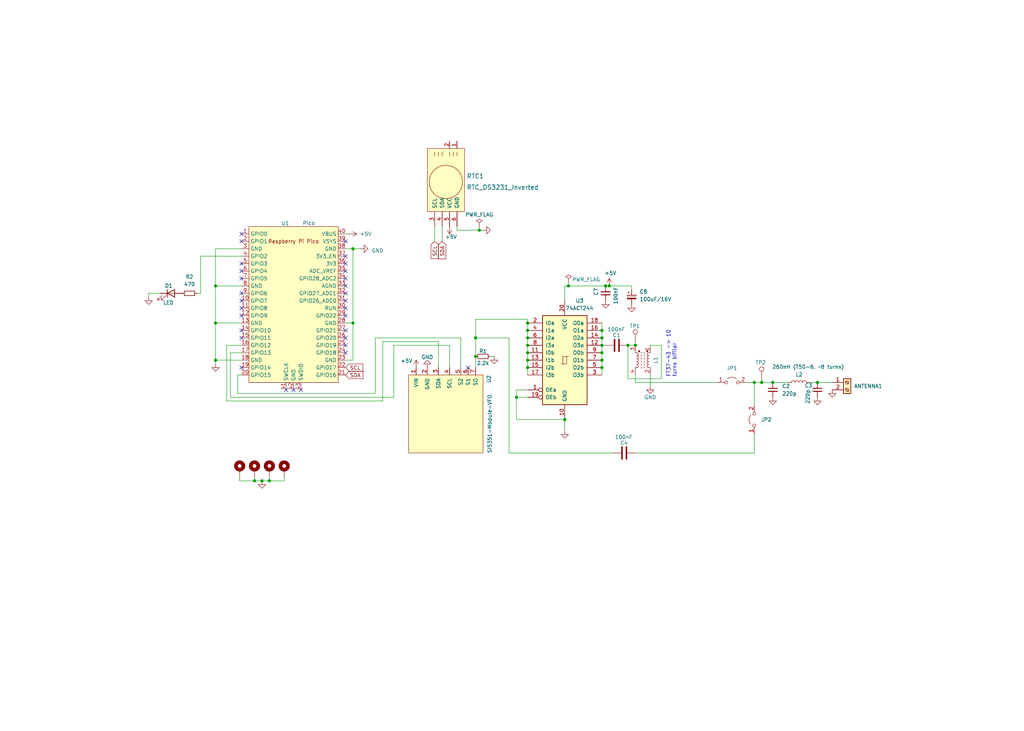
<source format=kicad_sch>
(kicad_sch (version 20221206) (generator eeschema)
  (paper "User" 350.012 250.012)
  (title_block (title "Minimal, reliable, cheap WSPR + FT8 beacon - \"Rogue Radio v2\"") (date "2022-12-05") (rev "V0.2") (company "Dhiru Kholia (VU3CER)"))
  (lib_symbols
    (symbol "74xx:74LS244" (pin_names (offset 1.016))
      (property "Reference" "U" (at -7.62 16.51 0))
      (property "Value" "74LS244" (at -7.62 -16.51 0))
      (symbol "74LS244_1_0"
        (polyline (pts (xy -0.635 -1.27) (xy -0.635 1.27) (xy 0.635 1.27)))
        (polyline (pts (xy -1.27 -1.27) (xy 0.635 -1.27) (xy 0.635 1.27) (xy 1.27 1.27)))
        (pin input inverted (at -12.7 -10.16 0) (length 5.08) (name "OEa") (number "1"))
        (pin power_in line (at 0 -20.32 90) (length 5.08) (name "GND") (number "10"))
        (pin input line (at -12.7 2.54 0) (length 5.08) (name "I0b") (number "11"))
        (pin tri_state line (at 12.7 5.08 180) (length 5.08) (name "O3a") (number "12"))
        (pin input line (at -12.7 0 0) (length 5.08) (name "I1b") (number "13"))
        (pin tri_state line (at 12.7 7.62 180) (length 5.08) (name "O2a") (number "14"))
        (pin input line (at -12.7 -2.54 0) (length 5.08) (name "I2b") (number "15"))
        (pin tri_state line (at 12.7 10.16 180) (length 5.08) (name "O1a") (number "16"))
        (pin input line (at -12.7 -5.08 0) (length 5.08) (name "I3b") (number "17"))
        (pin tri_state line (at 12.7 12.7 180) (length 5.08) (name "O0a") (number "18"))
        (pin input inverted (at -12.7 -12.7 0) (length 5.08) (name "OEb") (number "19"))
        (pin input line (at -12.7 12.7 0) (length 5.08) (name "I0a") (number "2"))
        (pin power_in line (at 0 20.32 270) (length 5.08) (name "VCC") (number "20"))
        (pin tri_state line (at 12.7 -5.08 180) (length 5.08) (name "O3b") (number "3"))
        (pin input line (at -12.7 10.16 0) (length 5.08) (name "I1a") (number "4"))
        (pin tri_state line (at 12.7 -2.54 180) (length 5.08) (name "O2b") (number "5"))
        (pin input line (at -12.7 7.62 0) (length 5.08) (name "I2a") (number "6"))
        (pin tri_state line (at 12.7 0 180) (length 5.08) (name "O1b") (number "7"))
        (pin input line (at -12.7 5.08 0) (length 5.08) (name "I3a") (number "8"))
        (pin tri_state line (at 12.7 2.54 180) (length 5.08) (name "O0b") (number "9"))
      )
      (symbol "74LS244_1_1"
        (rectangle (start -7.62 15.24) (end 7.62 -15.24) (stroke (width 0.254)) (fill (type background)))
      )
    )
    (symbol "Connector:Screw_Terminal_01x02" (pin_names (offset 1.016) hide)
      (property "Reference" "J" (at 0 2.54 0))
      (property "Value" "Screw_Terminal_01x02" (at 0 -5.08 0))
      (symbol "Screw_Terminal_01x02_1_1"
        (rectangle (start -1.27 1.27) (end 1.27 -3.81) (stroke (width 0.254)) (fill (type background)))
        (circle (center 0 -2.54) (radius 0.635) (stroke (width 0.1524)))
        (polyline (pts (xy -0.5334 -2.2098) (xy 0.3302 -3.048)) (stroke (width 0.1524)))
        (polyline (pts (xy -0.5334 0.3302) (xy 0.3302 -0.508)) (stroke (width 0.1524)))
        (polyline (pts (xy -0.3556 -2.032) (xy 0.508 -2.8702)) (stroke (width 0.1524)))
        (polyline (pts (xy -0.3556 0.508) (xy 0.508 -0.3302)) (stroke (width 0.1524)))
        (circle (center 0 0) (radius 0.635) (stroke (width 0.1524)))
        (pin passive line (at -5.08 0 0) (length 3.81) (name "Pin_1") (number "1"))
        (pin passive line (at -5.08 -2.54 0) (length 3.81) (name "Pin_2") (number "2"))
      )
    )
    (symbol "Connector:TestPoint" (pin_numbers hide) (pin_names (offset 0.762) hide)
      (property "Reference" "TP" (at 0 6.858 0))
      (property "Value" "TestPoint" (at 0 5.08 0))
      (symbol "TestPoint_0_1"
        (circle (center 0 3.302) (radius 0.762))
      )
      (symbol "TestPoint_1_1"
        (pin passive line (at 0 0 90) (length 2.54) (name "1") (number "1"))
      )
    )
    (symbol "Control-Board-rescue:SI5351Module_2-VFO-SDR_SSB-rescue-Hack-v1-rescue" (pin_names (offset 1.016))
      (property "Reference" "U" (at 0 0 0))
      (property "Value" "SI5351Module_2-VFO-SDR_SSB-rescue-Hack-v1-rescue" (at 0 0 0))
      (symbol "SI5351Module_2-VFO-SDR_SSB-rescue-Hack-v1-rescue_0_1"
        (rectangle (start -12.7 12.7) (end 13.97 -12.7) (fill (type background)))
      )
      (symbol "SI5351Module_2-VFO-SDR_SSB-rescue-Hack-v1-rescue_1_1"
        (pin input line (at -15.24 -10.16 0) (length 2.54) (name "VIN") (number "1"))
        (pin input line (at -15.24 -6.35 0) (length 2.54) (name "GND") (number "2"))
        (pin input line (at -15.24 -2.54 0) (length 2.54) (name "SDA") (number "3"))
        (pin input line (at -15.24 1.27 0) (length 2.54) (name "SCL") (number "4"))
        (pin output line (at -15.24 5.08 0) (length 2.54) (name "S2") (number "5"))
        (pin output line (at -15.24 7.62 0) (length 2.54) (name "S1") (number "6"))
        (pin output line (at -15.24 10.16 0) (length 2.54) (name "SO") (number "7"))
      )
    )
    (symbol "Device:C" (pin_numbers hide) (pin_names (offset 0.254))
      (property "Reference" "C" (at 0.635 2.54 0))
      (property "Value" "C" (at 0.635 -2.54 0))
      (symbol "C_0_1"
        (polyline (pts (xy -2.032 -0.762) (xy 2.032 -0.762)) (stroke (width 0.508)))
        (polyline (pts (xy -2.032 0.762) (xy 2.032 0.762)) (stroke (width 0.508)))
      )
      (symbol "C_1_1"
        (pin passive line (at 0 3.81 270) (length 2.794) (name "~") (number "1"))
        (pin passive line (at 0 -3.81 90) (length 2.794) (name "~") (number "2"))
      )
    )
    (symbol "Device:C_Polarized_Small" (pin_numbers hide) (pin_names (offset 0.254) hide)
      (property "Reference" "C" (at 0.254 1.778 0))
      (property "Value" "C_Polarized_Small" (at 0.254 -2.032 0))
      (symbol "C_Polarized_Small_0_1"
        (rectangle (start -1.524 -0.3048) (end 1.524 -0.6858) (fill (type outline)))
        (rectangle (start -1.524 0.6858) (end 1.524 0.3048))
        (polyline (pts (xy -1.27 1.524) (xy -0.762 1.524)))
        (polyline (pts (xy -1.016 1.27) (xy -1.016 1.778)))
      )
      (symbol "C_Polarized_Small_1_1"
        (pin passive line (at 0 2.54 270) (length 1.8542) (name "~") (number "1"))
        (pin passive line (at 0 -2.54 90) (length 1.8542) (name "~") (number "2"))
      )
    )
    (symbol "Device:C_Small" (pin_numbers hide) (pin_names (offset 0.254) hide)
      (property "Reference" "C" (at 0.254 1.778 0))
      (property "Value" "C_Small" (at 0.254 -2.032 0))
      (symbol "C_Small_0_1"
        (polyline (pts (xy -1.524 -0.508) (xy 1.524 -0.508)) (stroke (width 0.3302)))
        (polyline (pts (xy -1.524 0.508) (xy 1.524 0.508)) (stroke (width 0.3048)))
      )
      (symbol "C_Small_1_1"
        (pin passive line (at 0 2.54 270) (length 2.032) (name "~") (number "1"))
        (pin passive line (at 0 -2.54 90) (length 2.032) (name "~") (number "2"))
      )
    )
    (symbol "Device:L" (pin_numbers hide) (pin_names (offset 1.016) hide)
      (property "Reference" "L" (at -1.27 0 90))
      (property "Value" "L" (at 1.905 0 90))
      (symbol "L_0_1"
        (arc (start 0 -2.54) (mid 0.6323 -1.905) (end 0 -1.27))
        (arc (start 0 -1.27) (mid 0.6323 -0.635) (end 0 0))
        (arc (start 0 0) (mid 0.6323 0.635) (end 0 1.27))
        (arc (start 0 1.27) (mid 0.6323 1.905) (end 0 2.54))
      )
      (symbol "L_1_1"
        (pin passive line (at 0 3.81 270) (length 1.27) (name "1") (number "1"))
        (pin passive line (at 0 -3.81 90) (length 1.27) (name "2") (number "2"))
      )
    )
    (symbol "Device:LED" (pin_numbers hide) (pin_names (offset 1.016) hide)
      (property "Reference" "D" (at 0 2.54 0))
      (property "Value" "LED" (at 0 -2.54 0))
      (symbol "LED_0_1"
        (polyline (pts (xy -1.27 -1.27) (xy -1.27 1.27)) (stroke (width 0.254)))
        (polyline (pts (xy -1.27 0) (xy 1.27 0)))
        (polyline (pts (xy 1.27 -1.27) (xy 1.27 1.27) (xy -1.27 0) (xy 1.27 -1.27)) (stroke (width 0.254)))
        (polyline (pts (xy -3.048 -0.762) (xy -4.572 -2.286) (xy -3.81 -2.286) (xy -4.572 -2.286) (xy -4.572 -1.524)))
        (polyline (pts (xy -1.778 -0.762) (xy -3.302 -2.286) (xy -2.54 -2.286) (xy -3.302 -2.286) (xy -3.302 -1.524)))
      )
      (symbol "LED_1_1"
        (pin passive line (at -3.81 0 0) (length 2.54) (name "K") (number "1"))
        (pin passive line (at 3.81 0 180) (length 2.54) (name "A") (number "2"))
      )
    )
    (symbol "Device:L_Ferrite_Coupled" (pin_names (offset 0.254) hide)
      (property "Reference" "L" (at 0 4.445 0))
      (property "Value" "L_Ferrite_Coupled" (at 0 -4.445 0))
      (symbol "L_Ferrite_Coupled_0_1"
        (circle (center -3.048 -1.27) (radius 0.254) (fill (type outline)))
        (circle (center -3.048 1.524) (radius 0.254) (fill (type outline)))
        (arc (start -2.54 2.032) (mid -2.032 1.5262) (end -1.524 2.032))
        (arc (start -1.524 -2.032) (mid -2.032 -1.5262) (end -2.54 -2.032))
        (arc (start -1.524 2.032) (mid -1.016 1.5262) (end -0.508 2.032))
        (arc (start -0.508 -2.032) (mid -1.016 -1.5262) (end -1.524 -2.032))
        (arc (start -0.508 2.032) (mid 0 1.5262) (end 0.508 2.032))
        (polyline (pts (xy -2.794 -0.508) (xy -2.286 -0.508)))
        (polyline (pts (xy -2.794 0.508) (xy -2.286 0.508)))
        (polyline (pts (xy -2.54 -2.032) (xy -2.54 -2.54)))
        (polyline (pts (xy -2.54 2.032) (xy -2.54 2.54)))
        (polyline (pts (xy -1.778 -0.508) (xy -1.27 -0.508)))
        (polyline (pts (xy -1.778 0.508) (xy -1.27 0.508)))
        (polyline (pts (xy -0.762 -0.508) (xy -0.254 -0.508)))
        (polyline (pts (xy -0.762 0.508) (xy -0.254 0.508)))
        (polyline (pts (xy 0.254 -0.508) (xy 0.762 -0.508)))
        (polyline (pts (xy 0.254 0.508) (xy 0.762 0.508)))
        (polyline (pts (xy 1.27 -0.508) (xy 1.778 -0.508)))
        (polyline (pts (xy 1.27 0.508) (xy 1.778 0.508)))
        (polyline (pts (xy 2.286 -0.508) (xy 2.794 -0.508)))
        (polyline (pts (xy 2.286 0.508) (xy 2.794 0.508)))
        (polyline (pts (xy 2.54 -2.032) (xy 2.54 -2.54)))
        (polyline (pts (xy 2.54 2.54) (xy 2.54 2.032)))
        (arc (start 0.508 -2.032) (mid 0 -1.5262) (end -0.508 -2.032))
        (arc (start 0.508 2.032) (mid 1.016 1.5262) (end 1.524 2.032))
        (arc (start 1.524 -2.032) (mid 1.016 -1.5262) (end 0.508 -2.032))
        (arc (start 1.524 2.032) (mid 2.032 1.5262) (end 2.54 2.032))
        (arc (start 2.54 -2.032) (mid 2.032 -1.5262) (end 1.524 -2.032))
      )
      (symbol "L_Ferrite_Coupled_1_1"
        (pin passive line (at -5.08 2.54 0) (length 2.54) (name "1") (number "1"))
        (pin passive line (at 5.08 2.54 180) (length 2.54) (name "2") (number "2"))
        (pin passive line (at -5.08 -2.54 0) (length 2.54) (name "3") (number "3"))
        (pin passive line (at 5.08 -2.54 180) (length 2.54) (name "4") (number "4"))
      )
    )
    (symbol "Device:R_Small" (pin_numbers hide) (pin_names (offset 0.254) hide)
      (property "Reference" "R" (at 0.762 0.508 0))
      (property "Value" "R_Small" (at 0.762 -1.016 0))
      (symbol "R_Small_0_1"
        (rectangle (start -0.762 1.778) (end 0.762 -1.778) (stroke (width 0.2032)))
      )
      (symbol "R_Small_1_1"
        (pin passive line (at 0 2.54 270) (length 0.762) (name "~") (number "1"))
        (pin passive line (at 0 -2.54 90) (length 0.762) (name "~") (number "2"))
      )
    )
    (symbol "Jumper:Jumper_2_Open" (pin_names (offset 0) hide)
      (property "Reference" "JP" (at 0 2.794 0))
      (property "Value" "Jumper_2_Open" (at 0 -2.286 0))
      (symbol "Jumper_2_Open_0_0"
        (circle (center -2.032 0) (radius 0.508))
        (circle (center 2.032 0) (radius 0.508))
      )
      (symbol "Jumper_2_Open_0_1"
        (arc (start 1.524 1.27) (mid 0 1.778) (end -1.524 1.27))
      )
      (symbol "Jumper_2_Open_1_1"
        (pin passive line (at -5.08 0 0) (length 2.54) (name "A") (number "1"))
        (pin passive line (at 5.08 0 180) (length 2.54) (name "B") (number "2"))
      )
    )
    (symbol "Mechanical:MountingHole_Pad" (pin_numbers hide) (pin_names (offset 1.016) hide)
      (property "Reference" "H" (at 0 6.35 0))
      (property "Value" "MountingHole_Pad" (at 0 4.445 0))
      (symbol "MountingHole_Pad_0_1"
        (circle (center 0 1.27) (radius 1.27) (stroke (width 1.27)))
      )
      (symbol "MountingHole_Pad_1_1"
        (pin input line (at 0 -2.54 90) (length 2.54) (name "1") (number "1"))
      )
    )
    (symbol "pico_fixed:Pico"
      (property "Reference" "U1" (at 0 31.242 0))
      (property "Value" "Pico" (at 0 28.702 0))
      (symbol "Pico_0_0"
        (text "Raspberry Pi Pico" (at 0 21.59 0) (effects (font (size 1.27 1.27))))
      )
      (symbol "Pico_0_1"
        (rectangle (start -15.24 26.67) (end 15.24 -26.67) (fill (type background)))
      )
      (symbol "Pico_1_1"
        (pin bidirectional line (at -17.78 24.13 0) (length 2.54) (name "GPIO0") (number "1"))
        (pin bidirectional line (at -17.78 1.27 0) (length 2.54) (name "GPIO7") (number "10"))
        (pin bidirectional line (at -17.78 -1.27 0) (length 2.54) (name "GPIO8") (number "11"))
        (pin bidirectional line (at -17.78 -3.81 0) (length 2.54) (name "GPIO9") (number "12"))
        (pin power_in line (at -17.78 -6.35 0) (length 2.54) (name "GND") (number "13"))
        (pin bidirectional line (at -17.78 -8.89 0) (length 2.54) (name "GPIO10") (number "14"))
        (pin bidirectional line (at -17.78 -11.43 0) (length 2.54) (name "GPIO11") (number "15"))
        (pin bidirectional line (at -17.78 -13.97 0) (length 2.54) (name "GPIO12") (number "16"))
        (pin bidirectional line (at -17.78 -16.51 0) (length 2.54) (name "GPIO13") (number "17"))
        (pin power_in line (at -17.78 -19.05 0) (length 2.54) (name "GND") (number "18"))
        (pin bidirectional line (at -17.78 -21.59 0) (length 2.54) (name "GPIO14") (number "19"))
        (pin bidirectional line (at -17.78 21.59 0) (length 2.54) (name "GPIO1") (number "2"))
        (pin bidirectional line (at -17.78 -24.13 0) (length 2.54) (name "GPIO15") (number "20"))
        (pin bidirectional line (at 17.78 -24.13 180) (length 2.54) (name "GPIO16") (number "21"))
        (pin bidirectional line (at 17.78 -21.59 180) (length 2.54) (name "GPIO17") (number "22"))
        (pin power_in line (at 17.78 -19.05 180) (length 2.54) (name "GND") (number "23"))
        (pin bidirectional line (at 17.78 -16.51 180) (length 2.54) (name "GPIO18") (number "24"))
        (pin bidirectional line (at 17.78 -13.97 180) (length 2.54) (name "GPIO19") (number "25"))
        (pin bidirectional line (at 17.78 -11.43 180) (length 2.54) (name "GPIO20") (number "26"))
        (pin bidirectional line (at 17.78 -8.89 180) (length 2.54) (name "GPIO21") (number "27"))
        (pin power_in line (at 17.78 -6.35 180) (length 2.54) (name "GND") (number "28"))
        (pin bidirectional line (at 17.78 -3.81 180) (length 2.54) (name "GPIO22") (number "29"))
        (pin power_in line (at -17.78 19.05 0) (length 2.54) (name "GND") (number "3"))
        (pin input line (at 17.78 -1.27 180) (length 2.54) (name "RUN") (number "30"))
        (pin bidirectional line (at 17.78 1.27 180) (length 2.54) (name "GPIO26_ADC0") (number "31"))
        (pin bidirectional line (at 17.78 3.81 180) (length 2.54) (name "GPIO27_ADC1") (number "32"))
        (pin power_in line (at 17.78 6.35 180) (length 2.54) (name "AGND") (number "33"))
        (pin bidirectional line (at 17.78 8.89 180) (length 2.54) (name "GPIO28_ADC2") (number "34"))
        (pin power_in line (at 17.78 11.43 180) (length 2.54) (name "ADC_VREF") (number "35"))
        (pin power_in line (at 17.78 13.97 180) (length 2.54) (name "3V3") (number "36"))
        (pin input line (at 17.78 16.51 180) (length 2.54) (name "3V3_EN") (number "37"))
        (pin power_in line (at 17.78 19.05 180) (length 2.54) (name "GND") (number "38"))
        (pin power_in line (at 17.78 21.59 180) (length 2.54) (name "VSYS") (number "39"))
        (pin bidirectional line (at -17.78 16.51 0) (length 2.54) (name "GPIO2") (number "4"))
        (pin power_in line (at 17.78 24.13 180) (length 2.54) (name "VBUS") (number "40"))
        (pin input line (at -2.54 -29.21 90) (length 2.54) (name "SWCLK") (number "41"))
        (pin power_in line (at 0 -29.21 90) (length 2.54) (name "GND") (number "42"))
        (pin bidirectional line (at 2.54 -29.21 90) (length 2.54) (name "SWDIO") (number "43"))
        (pin bidirectional line (at -17.78 13.97 0) (length 2.54) (name "GPIO3") (number "5"))
        (pin bidirectional line (at -17.78 11.43 0) (length 2.54) (name "GPIO4") (number "6"))
        (pin bidirectional line (at -17.78 8.89 0) (length 2.54) (name "GPIO5") (number "7"))
        (pin power_in line (at -17.78 6.35 0) (length 2.54) (name "GND") (number "8"))
        (pin bidirectional line (at -17.78 3.81 0) (length 2.54) (name "GPIO6") (number "9"))
      )
    )
    (symbol "power:+5V" (power) (pin_names (offset 0))
      (property "Value" "+5V" (at 0 3.556 0))
      (symbol "+5V_0_1"
        (polyline (pts (xy -0.762 1.27) (xy 0 2.54)))
        (polyline (pts (xy 0 0) (xy 0 2.54)))
        (polyline (pts (xy 0 2.54) (xy 0.762 1.27)))
      )
      (symbol "+5V_1_1"
        (pin power_in line (at 0 0 90) (length 0) hide (name "+5V") (number "1"))
      )
    )
    (symbol "power:GND" (power) (pin_names (offset 0))
      (property "Value" "GND" (at 0 -3.81 0))
      (symbol "GND_0_1"
        (polyline (pts (xy 0 0) (xy 0 -1.27) (xy 1.27 -1.27) (xy 0 -2.54) (xy -1.27 -1.27) (xy 0 -1.27)))
      )
      (symbol "GND_1_1"
        (pin power_in line (at 0 0 270) (length 0) hide (name "GND") (number "1"))
      )
    )
    (symbol "power:PWR_FLAG" (power) (pin_numbers hide) (pin_names (offset 0) hide)
      (property "Value" "PWR_FLAG" (at 0 3.81 0))
      (symbol "PWR_FLAG_0_0"
        (pin power_out line (at 0 0 90) (length 0) (name "pwr") (number "1"))
      )
      (symbol "PWR_FLAG_0_1"
        (polyline (pts (xy 0 0) (xy 0 1.27) (xy -1.016 1.905) (xy 0 2.54) (xy 1.016 1.905) (xy 0 1.27)))
      )
    )
    (symbol "rtc_ds3231_inverted:RTC_DS3231_Inverted" (pin_names (offset 1.016))
      (property "Reference" "RTC1" (at -6.6548 -2.0828 0))
      (property "Value" "RTC_DS3231" (at 9.1694 -5.6134 0))
      (symbol "RTC_DS3231_Inverted_0_1"
        (rectangle (start -11.43 7.62) (end 10.16 -5.08) (fill (type background)))
        (polyline (pts (xy -10.16 -2.54) (xy -8.89 -2.54)))
        (polyline (pts (xy -10.16 -1.27) (xy -8.89 -1.27)))
        (polyline (pts (xy -10.16 0) (xy -8.89 0)))
        (polyline (pts (xy -10.16 2.54) (xy -8.89 2.54)))
        (polyline (pts (xy -10.16 3.81) (xy -8.89 3.81)))
        (polyline (pts (xy -10.16 5.08) (xy -8.89 5.08)))
        (circle (center 0 1.27) (radius 5.6896))
      )
      (symbol "RTC_DS3231_Inverted_1_1"
        (pin free line (at -13.97 5.08 0) (length 2.54) (name "") (number "1"))
        (pin free line (at -13.97 2.54 0) (length 2.54) (name "") (number "2"))
        (pin input line (at 15.24 -2.54 180) (length 5.08) (name "SCL") (number "3"))
        (pin bidirectional line (at 15.24 0 180) (length 5.08) (name "SDA") (number "4"))
        (pin power_in line (at 15.24 2.54 180) (length 5.08) (name "VCC") (number "5"))
        (pin power_in line (at 15.24 5.08 180) (length 5.08) (name "GND") (number "6"))
      )
    )
  )
  (junction (at 207.01 97.79))
  (junction (at 73.66 123.19))
  (junction (at 205.74 113.03))
  (junction (at 194.31 97.79))
  (junction (at 205.74 120.65))
  (junction (at 162.56 115.57))
  (junction (at 180.34 125.73))
  (junction (at 163.83 78.74))
  (junction (at 180.34 115.57))
  (junction (at 86.995 164.465))
  (junction (at 120.65 110.49))
  (junction (at 208.28 97.79))
  (junction (at 214.63 118.11))
  (junction (at 89.535 164.465))
  (junction (at 205.74 115.57))
  (junction (at 193.04 143.51))
  (junction (at 205.74 123.19))
  (junction (at 205.74 125.73))
  (junction (at 180.34 123.19))
  (junction (at 73.66 110.49))
  (junction (at 279.4 130.81))
  (junction (at 180.34 110.49))
  (junction (at 180.34 118.11))
  (junction (at 260.35 130.81))
  (junction (at 257.81 130.81))
  (junction (at 92.075 164.465))
  (junction (at 180.34 113.03))
  (junction (at 217.17 118.11))
  (junction (at 73.66 97.79))
  (junction (at 180.34 120.65))
  (junction (at 120.65 85.09))
  (junction (at 176.53 135.89))
  (junction (at 264.16 130.81))
  (junction (at 205.74 118.11))
  (junction (at 162.56 121.92))
  (no_connect (at 82.55 105.41))
  (no_connect (at 118.11 82.55))
  (no_connect (at 118.11 87.63))
  (no_connect (at 118.11 90.17))
  (no_connect (at 118.11 92.71))
  (no_connect (at 118.11 95.25))
  (no_connect (at 118.11 100.33))
  (no_connect (at 118.11 102.87))
  (no_connect (at 118.11 105.41))
  (no_connect (at 118.11 107.95))
  (no_connect (at 118.11 97.79))
  (no_connect (at 82.55 107.95))
  (no_connect (at 102.87 133.35))
  (no_connect (at 82.55 80.01))
  (no_connect (at 82.55 100.33))
  (no_connect (at 82.55 95.25))
  (no_connect (at 82.55 102.87))
  (no_connect (at 100.33 133.35))
  (no_connect (at 82.55 113.03))
  (no_connect (at 82.55 125.73))
  (no_connect (at 118.11 118.11))
  (no_connect (at 118.11 115.57))
  (no_connect (at 118.11 113.03))
  (no_connect (at 118.11 120.65))
  (no_connect (at 82.55 115.57))
  (no_connect (at 97.79 133.35))
  (no_connect (at 160.02 125.73))
  (no_connect (at 82.55 82.55))
  (no_connect (at 82.55 90.17))
  (no_connect (at 82.55 92.71))
  (wire (pts (xy 205.74 118.11) (xy 205.74 120.65)))
  (wire (pts (xy 73.66 110.49) (xy 82.55 110.49)))
  (wire (pts (xy 167.64 121.92) (xy 168.91 121.92)))
  (wire (pts (xy 180.34 123.19) (xy 180.34 125.73)))
  (wire (pts (xy 257.81 130.81) (xy 260.35 130.81)))
  (wire (pts (xy 205.74 110.49) (xy 205.74 113.03)))
  (wire (pts (xy 120.65 85.09) (xy 123.19 85.09)))
  (wire (pts (xy 180.34 109.22) (xy 162.56 109.22)))
  (wire (pts (xy 120.65 123.19) (xy 118.11 123.19)))
  (wire (pts (xy 264.16 130.81) (xy 269.24 130.81)))
  (wire (pts (xy 81.28 134.62) (xy 128.27 134.62)))
  (wire (pts (xy 92.075 164.465) (xy 97.155 164.465)))
  (wire (pts (xy 128.27 115.57) (xy 128.27 134.62)))
  (wire (pts (xy 205.74 125.73) (xy 205.74 123.19)))
  (wire (pts (xy 205.74 115.57) (xy 205.74 118.11)))
  (wire (pts (xy 193.04 97.79) (xy 194.31 97.79)))
  (wire (pts (xy 73.66 85.09) (xy 73.66 97.79)))
  (wire (pts (xy 165.1 78.74) (xy 163.83 78.74)))
  (wire (pts (xy 50.8 100.33) (xy 50.8 101.6)))
  (wire (pts (xy 92.075 163.195) (xy 92.075 164.465)))
  (wire (pts (xy 151.13 77.47) (xy 151.13 82.55)))
  (wire (pts (xy 180.34 115.57) (xy 180.34 113.03)))
  (wire (pts (xy 73.66 97.79) (xy 82.55 97.79)))
  (wire (pts (xy 81.28 128.27) (xy 81.28 134.62)))
  (wire (pts (xy 260.35 129.54) (xy 260.35 130.81)))
  (wire (pts (xy 134.62 118.11) (xy 134.62 135.89)))
  (wire (pts (xy 193.04 97.79) (xy 193.04 102.87)))
  (wire (pts (xy 162.56 115.57) (xy 162.56 121.92)))
  (wire (pts (xy 86.995 163.195) (xy 86.995 164.465)))
  (wire (pts (xy 149.86 125.73) (xy 149.86 116.84)))
  (wire (pts (xy 156.21 77.47) (xy 156.21 78.74)))
  (wire (pts (xy 82.55 87.63) (xy 68.58 87.63)))
  (wire (pts (xy 214.63 118.11) (xy 217.17 118.11)))
  (wire (pts (xy 82.55 123.19) (xy 73.66 123.19)))
  (wire (pts (xy 194.31 96.52) (xy 194.31 97.79)))
  (wire (pts (xy 176.53 133.35) (xy 176.53 135.89)))
  (wire (pts (xy 54.61 100.33) (xy 50.8 100.33)))
  (wire (pts (xy 173.99 154.94) (xy 209.55 154.94)))
  (wire (pts (xy 208.28 97.79) (xy 215.9 97.79)))
  (wire (pts (xy 205.74 120.65) (xy 205.74 123.19)))
  (wire (pts (xy 148.59 77.47) (xy 148.59 82.55)))
  (wire (pts (xy 82.55 118.11) (xy 77.47 118.11)))
  (wire (pts (xy 92.075 164.465) (xy 89.535 164.465)))
  (wire (pts (xy 215.9 97.79) (xy 215.9 99.06)))
  (wire (pts (xy 180.34 110.49) (xy 180.34 113.03)))
  (wire (pts (xy 276.86 130.81) (xy 279.4 130.81)))
  (wire (pts (xy 217.17 128.27) (xy 217.17 130.81)))
  (wire (pts (xy 257.81 130.81) (xy 257.81 138.43)))
  (wire (pts (xy 217.17 116.84) (xy 217.17 118.11)))
  (wire (pts (xy 67.31 100.33) (xy 68.58 100.33)))
  (wire (pts (xy 180.34 120.65) (xy 180.34 118.11)))
  (wire (pts (xy 260.35 130.81) (xy 264.16 130.81)))
  (wire (pts (xy 118.11 110.49) (xy 120.65 110.49)))
  (wire (pts (xy 82.55 120.65) (xy 78.74 120.65)))
  (wire (pts (xy 226.06 129.54) (xy 214.63 129.54)))
  (wire (pts (xy 257.81 148.59) (xy 257.81 154.94)))
  (wire (pts (xy 73.66 123.19) (xy 73.66 124.46)))
  (wire (pts (xy 120.65 110.49) (xy 120.65 123.19)))
  (wire (pts (xy 163.83 77.47) (xy 163.83 78.74)))
  (wire (pts (xy 118.11 80.01) (xy 119.38 80.01)))
  (wire (pts (xy 86.995 164.465) (xy 89.535 164.465)))
  (wire (pts (xy 162.56 109.22) (xy 162.56 115.57)))
  (wire (pts (xy 78.74 120.65) (xy 78.74 135.89)))
  (wire (pts (xy 162.56 121.92) (xy 162.56 125.73)))
  (wire (pts (xy 118.11 85.09) (xy 120.65 85.09)))
  (wire (pts (xy 176.53 143.51) (xy 193.04 143.51)))
  (wire (pts (xy 68.58 87.63) (xy 68.58 100.33)))
  (wire (pts (xy 194.31 97.79) (xy 207.01 97.79)))
  (wire (pts (xy 222.25 118.11) (xy 226.06 118.11)))
  (wire (pts (xy 162.56 115.57) (xy 173.99 115.57)))
  (wire (pts (xy 77.47 137.16) (xy 130.81 137.16)))
  (wire (pts (xy 82.55 85.09) (xy 73.66 85.09)))
  (wire (pts (xy 205.74 118.11) (xy 207.01 118.11)))
  (wire (pts (xy 97.155 163.195) (xy 97.155 164.465)))
  (wire (pts (xy 193.04 143.51) (xy 193.04 147.32)))
  (wire (pts (xy 180.34 110.49) (xy 180.34 109.22)))
  (wire (pts (xy 180.34 120.65) (xy 180.34 123.19)))
  (wire (pts (xy 157.48 125.73) (xy 157.48 115.57)))
  (wire (pts (xy 81.28 128.27) (xy 82.55 128.27)))
  (wire (pts (xy 130.81 116.84) (xy 130.81 137.16)))
  (wire (pts (xy 81.915 163.195) (xy 81.915 164.465)))
  (wire (pts (xy 134.62 118.11) (xy 153.67 118.11)))
  (wire (pts (xy 176.53 135.89) (xy 176.53 143.51)))
  (wire (pts (xy 180.34 125.73) (xy 180.34 128.27)))
  (wire (pts (xy 180.34 115.57) (xy 180.34 118.11)))
  (wire (pts (xy 214.63 129.54) (xy 214.63 118.11)))
  (wire (pts (xy 163.83 78.74) (xy 156.21 78.74)))
  (wire (pts (xy 226.06 118.11) (xy 226.06 129.54)))
  (wire (pts (xy 207.01 97.79) (xy 208.28 97.79)))
  (wire (pts (xy 217.17 154.94) (xy 257.81 154.94)))
  (wire (pts (xy 217.17 130.81) (xy 245.11 130.81)))
  (wire (pts (xy 180.34 135.89) (xy 176.53 135.89)))
  (wire (pts (xy 81.915 164.465) (xy 86.995 164.465)))
  (wire (pts (xy 77.47 118.11) (xy 77.47 137.16)))
  (wire (pts (xy 173.99 115.57) (xy 173.99 154.94)))
  (wire (pts (xy 205.74 125.73) (xy 205.74 128.27)))
  (wire (pts (xy 222.25 128.27) (xy 222.25 132.08)))
  (wire (pts (xy 73.66 110.49) (xy 73.66 123.19)))
  (wire (pts (xy 157.48 115.57) (xy 128.27 115.57)))
  (wire (pts (xy 255.27 130.81) (xy 257.81 130.81)))
  (wire (pts (xy 153.67 118.11) (xy 153.67 125.73)))
  (wire (pts (xy 78.74 135.89) (xy 134.62 135.89)))
  (wire (pts (xy 120.65 85.09) (xy 120.65 110.49)))
  (wire (pts (xy 130.81 116.84) (xy 149.86 116.84)))
  (wire (pts (xy 205.74 115.57) (xy 205.74 113.03)))
  (wire (pts (xy 279.4 130.81) (xy 284.48 130.81)))
  (wire (pts (xy 180.34 133.35) (xy 176.53 133.35)))
  (wire (pts (xy 73.66 97.79) (xy 73.66 110.49)))
  (text "FT37-43 -> 10 \nturns bifilar" (at 231.2924 129.0828 90) (effects (font (size 1.27 1.27)) (justify left bottom)))
  (global_label "SCL" (shape input) (at 148.59 82.55 270) (property "Intersheetrefs" "${INTERSHEET_REFS}" (effects hide)))
  (global_label "SDA" (shape input) (at 151.13 82.55 270) (property "Intersheetrefs" "${INTERSHEET_REFS}" (effects hide)))
  (global_label "SCL" (shape input) (at 118.11 125.73 0) (property "Intersheetrefs" "${INTERSHEET_REFS}" (effects hide)))
  (global_label "SDA" (shape input) (at 118.11 128.27 0) (property "Intersheetrefs" "${INTERSHEET_REFS}" (effects hide)))
  (symbol (lib_id "Control-Board-rescue:SI5351Module_2-VFO-SDR_SSB-rescue-Hack-v1-rescue") (at 152.4 140.97 270) (unit 1)
    (property "Reference" "U2" (at 167.132 128.27 0) (effects (justify left)))
    (property "Value" "SI5351-Module-VFO" (at 167.386 134.874 0) (effects (justify left)))
    (property "Footprint" "footprints:SI5351 Module" (effects hide))
    (property "Populate" "no" (effects hide))
    (property "URL" "https://www.adafruit.com/product/2045" (effects hide))
  )
  (symbol (lib_id "power:GND") (at 146.05 125.73 180) (unit 1)
    (property "Reference" "#PWR0108" (effects hide))
    (property "Value" "GND" (at 146.05 122.174 0))
  )
  (symbol (lib_id "power:GND") (at 284.48 133.35 0) (mirror y) (unit 1)
    (property "Reference" "#PWR0102" (effects hide))
    (property "Value" "GND" (effects hide))
  )
  (symbol (lib_id "Connector:TestPoint") (at 217.17 116.84 0) (unit 1)
    (property "Reference" "TP1" (at 218.7956 111.5568 0) (effects (justify right)))
    (property "Value" "TestPoint" (effects hide))
    (property "Footprint" "Connector_PinHeader_2.54mm:PinHeader_1x01_P2.54mm_Vertical" (effects hide))
    (property "Populate" "no" (effects hide))
    (property "URL" "https://robu.in/product/1x40-berg-strip-male-connector/" (effects hide))
  )
  (symbol (lib_id "rtc_ds3231_inverted:RTC_DS3231_Inverted") (at 151.13 62.23 270) (unit 1)
    (property "Reference" "RTC1" (at 159.512 60.2615 90) (effects (font (size 1.524 1.524)) (justify left)))
    (property "Value" "RTC_DS3231_Inverted" (at 159.512 64.0715 90) (effects (font (size 1.524 1.524)) (justify left)))
    (property "Footprint" "Connector_PinSocket_2.54mm:PinSocket_1x06_P2.54mm_Horizontal" (effects hide))
    (property "Populate" "no" (effects hide))
    (property "URL" "https://robu.in/product/1x40-berg-strip-right-angle-female-connector-5pcs/" (effects hide))
  )
  (symbol (lib_id "power:GND") (at 215.9 104.14 0) (unit 1)
    (property "Reference" "#PWR08" (effects hide))
    (property "Value" "GNDPWR" (effects hide))
  )
  (symbol (lib_id "power:PWR_FLAG") (at 194.31 96.52 0) (unit 1)
    (property "Reference" "#FLG0101" (effects hide))
    (property "Value" "PWR_FLAG" (at 200.3552 95.6056 0))
  )
  (symbol (lib_id "power:GND") (at 73.66 124.46 0) (unit 1)
    (property "Reference" "#PWR016" (effects hide))
    (property "Value" "GND" (effects hide))
  )
  (symbol (lib_id "power:GND") (at 193.04 147.32 0) (unit 1)
    (property "Reference" "#PWR05" (effects hide))
    (property "Value" "GNDPWR" (effects hide))
  )
  (symbol (lib_id "Mechanical:MountingHole_Pad") (at 92.075 160.655 0) (unit 1)
    (property "Reference" "H3" (effects hide))
    (property "Value" "MountingHole_Pad" (effects hide))
    (property "Footprint" "MountingHole:MountingHole_3.2mm_M3_Pad_Via" (effects hide))
  )
  (symbol (lib_id "power:GND") (at 222.25 132.08 0) (mirror y) (unit 1)
    (property "Reference" "#PWR09" (effects hide))
    (property "Value" "GND" (at 222.25 135.89 0))
  )
  (symbol (lib_id "power:GND") (at 123.19 85.09 90) (unit 1)
    (property "Reference" "#PWR03" (effects hide))
    (property "Value" "GND" (at 127 85.725 90) (effects (justify right)))
  )
  (symbol (lib_id "Device:C") (at 213.36 154.94 270) (unit 1)
    (property "Reference" "C4" (at 213.3092 151.4856 90))
    (property "Value" "100nF" (at 213.1822 149.5044 90))
    (property "Footprint" "Capacitor_THT:C_Disc_D3.0mm_W1.6mm_P2.50mm" (effects hide))
    (property "Populate" "no" (effects hide))
    (property "URL" "https://www.digikey.com/en/products/detail/vishay-beyschlag-draloric-bc-components/K104K15X7RF5TL2/286538" (effects hide))
  )
  (symbol (lib_id "Jumper:Jumper_2_Open") (at 250.19 130.81 0) (unit 1)
    (property "Reference" "JP1" (at 250.19 125.8824 0))
    (property "Value" "Jumper_2_Open" (effects hide))
    (property "Footprint" "Connector_PinSocket_2.54mm:PinSocket_2x01_P2.54mm_Vertical" (effects hide))
  )
  (symbol (lib_id "Mechanical:MountingHole_Pad") (at 81.915 160.655 0) (unit 1)
    (property "Reference" "H1" (effects hide))
    (property "Value" "MountingHole_Pad" (effects hide))
    (property "Footprint" "MountingHole:MountingHole_3.2mm_M3_Pad_Via" (effects hide))
  )
  (symbol (lib_id "power:GND") (at 264.16 135.89 0) (mirror y) (unit 1)
    (property "Reference" "#PWR0103" (effects hide))
    (property "Value" "GND" (effects hide))
  )
  (symbol (lib_id "Device:C_Small") (at 264.16 133.35 0) (unit 1)
    (property "Reference" "C2" (at 267.3096 132.0862 0) (effects (justify left)))
    (property "Value" "220p" (at 267.3096 134.6262 0) (effects (justify left)))
    (property "Footprint" "Capacitor_THT:C_Disc_D3.0mm_W1.6mm_P2.50mm" (effects hide))
    (property "Populate" "yes" (effects hide))
    (property "URL" "https://www.digikey.in/en/products/detail/vishay-beyschlag-draloric-bc-components/K221J15C0GF5TL2/286471" (effects hide))
  )
  (symbol (lib_id "Device:C_Polarized_Small") (at 215.9 101.6 0) (unit 1)
    (property "Reference" "C8" (at 218.5924 99.7838 0) (effects (justify left)))
    (property "Value" "100uF/16V" (at 218.5924 102.3238 0) (effects (justify left)))
    (property "Footprint" "Capacitor_THT:CP_Radial_D4.0mm_P2.00mm" (effects hide))
    (property "URL" "https://www.digikey.com/en/products/detail/rubycon/16ZLH100MEFC5X11/3134106" (effects hide))
  )
  (symbol (lib_id "Device:L") (at 273.05 130.81 90) (unit 1)
    (property "Reference" "L2" (at 273.1516 128.1176 90))
    (property "Value" "260nH (T50-6, ~8 turns)" (at 276.2504 125.476 90))
    (property "Footprint" "footprints:FT50-43 INDUCTOR" (effects hide))
    (property "Datasheet" "https://toroids.info/T50-2.php" (effects hide))
    (property "Populate" "no" (effects hide))
    (property "URL" "https://kitsandparts.com/" (effects hide))
  )
  (symbol (lib_id "power:PWR_FLAG") (at 163.83 77.47 0) (unit 1)
    (property "Reference" "#FLG01" (effects hide))
    (property "Value" "PWR_FLAG" (at 163.83 73.406 0))
  )
  (symbol (lib_id "Connector:TestPoint") (at 260.35 129.54 0) (unit 1)
    (property "Reference" "TP2" (at 261.8232 123.952 0) (effects (justify right)))
    (property "Value" "TestPoint" (effects hide))
    (property "Footprint" "Connector_PinHeader_2.54mm:PinHeader_1x01_P2.54mm_Vertical" (effects hide))
    (property "Populate" "no" (effects hide))
    (property "URL" "https://robu.in/product/1x40-berg-strip-male-connector/" (effects hide))
  )
  (symbol (lib_id "Jumper:Jumper_2_Open") (at 257.81 143.51 90) (unit 1)
    (property "Reference" "JP2" (at 260.096 143.5099 90) (effects (justify right)))
    (property "Value" "Jumper_2_Open" (effects hide))
    (property "Footprint" "Connector_PinSocket_2.54mm:PinSocket_2x01_P2.54mm_Vertical" (effects hide))
  )
  (symbol (lib_id "Device:C_Small") (at 279.4 133.35 0) (unit 1)
    (property "Reference" "C3" (at 275.0312 131.8514 0) (effects (justify left)))
    (property "Value" "220p" (at 276.098 138.176 90) (effects (justify left)))
    (property "Footprint" "Capacitor_THT:C_Disc_D3.0mm_W1.6mm_P2.50mm" (effects hide))
    (property "Populate" "yes" (effects hide))
    (property "URL" "https://www.digikey.in/en/products/detail/vishay-beyschlag-draloric-bc-components/K221J15C0GF5TL2/286471" (effects hide))
  )
  (symbol (lib_id "power:GND") (at 50.8 101.6 0) (unit 1)
    (property "Reference" "#PWR011" (effects hide))
    (property "Value" "GND" (effects hide))
  )
  (symbol (lib_id "Connector:Screw_Terminal_01x02") (at 289.56 130.81 0) (unit 1)
    (property "Reference" "ANTENNA1" (at 291.8968 132.0799 0) (effects (justify left)))
    (property "Value" "Screw_Terminal_01x02" (effects hide))
    (property "Footprint" "TerminalBlock:TerminalBlock_bornier-2_P5.08mm" (effects hide))
    (property "Populate" "no" (effects hide))
    (property "URL" "https://www.digikey.com/en/products/detail/weidm%C3%BCller/1760510000/459739" (effects hide))
  )
  (symbol (lib_id "Device:R_Small") (at 64.77 100.33 270) (unit 1)
    (property "Reference" "R2" (at 64.77 94.6912 90))
    (property "Value" "470" (at 64.77 97.2312 90))
    (property "Footprint" "Resistor_THT:R_Axial_DIN0204_L3.6mm_D1.6mm_P1.90mm_Vertical" (effects hide))
  )
  (symbol (lib_id "power:GND") (at 279.4 135.89 0) (mirror y) (unit 1)
    (property "Reference" "#PWR0104" (effects hide))
    (property "Value" "GND" (effects hide))
  )
  (symbol (lib_id "power:+5V") (at 142.24 125.73 0) (unit 1)
    (property "Reference" "#PWR01" (effects hide))
    (property "Value" "+5V" (at 138.938 123.444 0))
  )
  (symbol (lib_id "Device:L_Ferrite_Coupled") (at 219.71 123.19 270) (unit 1)
    (property "Reference" "L1" (at 224.155 123.19 0))
    (property "Value" "FT37-43 Bifilar" (effects hide))
    (property "Footprint" "footprints:FT50-43 Transformer" (effects hide))
    (property "Populate" "no" (effects hide))
    (property "URL" "https://kitsandparts.com/" (effects hide))
  )
  (symbol (lib_id "Mechanical:MountingHole_Pad") (at 97.155 160.655 0) (unit 1)
    (property "Reference" "H4" (effects hide))
    (property "Value" "MountingHole_Pad" (effects hide))
    (property "Footprint" "MountingHole:MountingHole_3.2mm_M3_Pad_Via" (effects hide))
  )
  (symbol (lib_id "Device:R_Small") (at 165.1 121.92 90) (unit 1)
    (property "Reference" "R1" (at 165.1 120.142 90))
    (property "Value" "2.2k" (at 165.1 124.206 90))
    (property "Footprint" "Resistor_THT:R_Axial_DIN0204_L3.6mm_D1.6mm_P1.90mm_Vertical" (effects hide))
    (property "Populate" "yes" (effects hide))
    (property "URL" "https://www.digikey.com/en/products/detail/yageo/RT1206FRE072K2L/1083103" (effects hide))
  )
  (symbol (lib_id "power:GND") (at 89.535 164.465 0) (unit 1)
    (property "Reference" "#PWR0105" (effects hide))
    (property "Value" "GND" (effects hide))
  )
  (symbol (lib_id "power:+5V") (at 119.38 80.01 270) (unit 1)
    (property "Reference" "#PWR0101" (effects hide))
    (property "Value" "+5V" (at 122.936 80.01 90) (effects (justify left)))
  )
  (symbol (lib_id "Device:C_Small") (at 207.01 100.33 180) (unit 1)
    (property "Reference" "C7" (at 203.708 99.7712 90))
    (property "Value" "100nF" (at 210.4644 101.092 90))
    (property "Footprint" "Capacitor_THT:C_Disc_D3.0mm_W1.6mm_P2.50mm" (effects hide))
    (property "Populate" "no" (effects hide))
    (property "URL" "https://www.digikey.com/en/products/detail/vishay-beyschlag-draloric-bc-components/K104K15X7RF5TL2/286538" (effects hide))
  )
  (symbol (lib_id "pico_fixed:Pico") (at 100.33 104.14 0) (unit 1)
    (property "Reference" "U1" (at 97.4852 76.4032 0))
    (property "Value" "Pico" (at 105.5624 76.3016 0))
    (property "Footprint" "footprints:RPi_Pico_SMD_TH" (effects hide))
    (property "Populate" "no" (effects hide))
    (property "URL" "https://www.digikey.com/en/products/detail/raspberry-pi/SC0918/16608263" (effects hide))
  )
  (symbol (lib_id "power:GND") (at 168.91 121.92 0) (unit 1)
    (property "Reference" "#PWR04" (effects hide))
    (property "Value" "GND" (effects hide))
  )
  (symbol (lib_id "74xx:74LS244") (at 193.04 123.19 0) (unit 1)
    (property "Reference" "U3" (at 198.12 102.87 0))
    (property "Value" "74ACT244" (at 198.12 105.41 0))
    (property "Footprint" "Package_DIP:DIP-20_W7.62mm_LongPads" (effects hide))
    (property "Datasheet" "https://www.ti.com/product/SN74ACT244" (effects hide))
    (property "Populate" "no" (effects hide))
    (property "URL" "https://www.digikey.com/en/products/detail/texas-instruments/SN74ACT244N/375910" (effects hide))
  )
  (symbol (lib_id "Device:C") (at 210.82 118.11 270) (unit 1)
    (property "Reference" "C1" (at 210.7692 114.6556 90))
    (property "Value" "100nF" (at 210.6422 112.6744 90))
    (property "Footprint" "Capacitor_THT:C_Disc_D3.0mm_W1.6mm_P2.50mm" (effects hide))
    (property "Populate" "no" (effects hide))
    (property "URL" "https://www.digikey.com/en/products/detail/vishay-beyschlag-draloric-bc-components/K104K15X7RF5TL2/286538" (effects hide))
  )
  (symbol (lib_id "Mechanical:MountingHole_Pad") (at 86.995 160.655 0) (unit 1)
    (property "Reference" "H2" (effects hide))
    (property "Value" "MountingHole_Pad" (effects hide))
    (property "Footprint" "MountingHole:MountingHole_3.2mm_M3_Pad_Via" (effects hide))
  )
  (symbol (lib_id "power:+5V") (at 208.28 97.79 0) (unit 1)
    (property "Reference" "#PWR07" (effects hide))
    (property "Value" "+5V" (at 208.661 93.3958 0))
  )
  (symbol (lib_id "power:+5V") (at 153.67 77.47 180) (unit 1)
    (property "Reference" "#PWR02" (effects hide))
    (property "Value" "+5V" (at 154.178 81.026 0))
  )
  (symbol (lib_id "Device:LED") (at 58.42 100.33 0) (unit 1)
    (property "Reference" "D1" (at 57.658 97.6884 0))
    (property "Value" "LED" (at 57.5564 103.5304 0))
    (property "Footprint" "Connector_PinSocket_2.54mm:PinSocket_1x02_P2.54mm_Vertical" (effects hide))
  )
  (symbol (lib_id "power:GND") (at 165.1 78.74 90) (unit 1)
    (property "Reference" "#PWR010" (effects hide))
    (property "Value" "GND" (effects hide))
  )
  (symbol (lib_id "power:GND") (at 207.01 102.87 0) (unit 1)
    (property "Reference" "#PWR06" (effects hide))
    (property "Value" "GNDPWR" (effects hide))
  )
)
</source>
